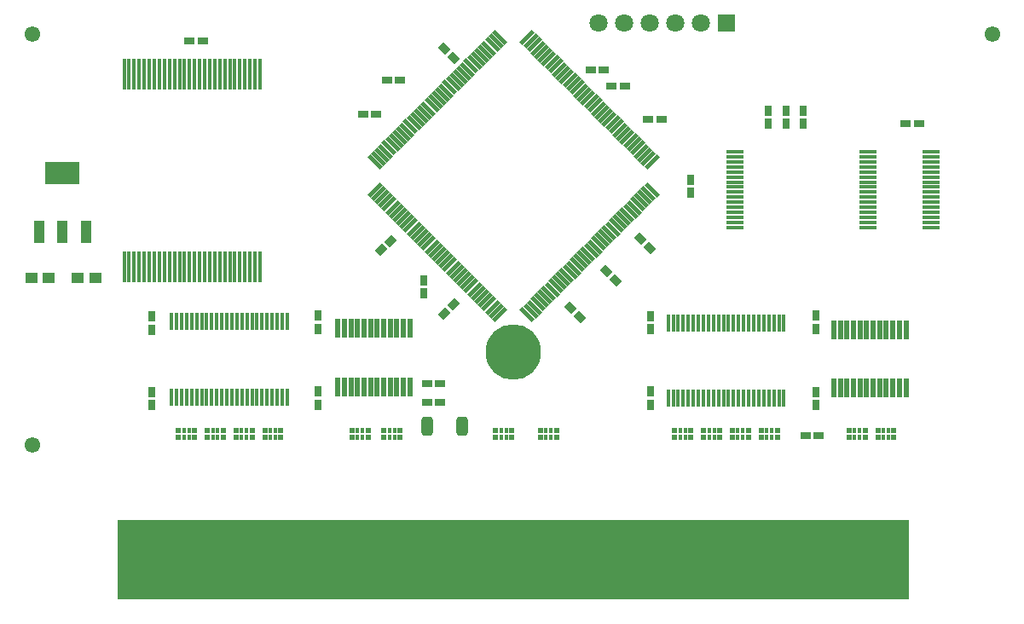
<source format=gbr>
G04 DipTrace 4.0.0.5*
G04 TopMask.gbr*
%MOIN*%
G04 #@! TF.FileFunction,Soldermask,Top*
G04 #@! TF.Part,Single*
%AMOUTLINE1*
4,1,4,
0.025055,-0.002784,
0.002784,-0.025055,
-0.025055,0.002784,
-0.002784,0.025055,
0.025055,-0.002784,
0*%
%AMOUTLINE4*
4,1,4,
0.002784,0.025055,
0.025055,0.002784,
-0.002784,-0.025055,
-0.025055,-0.002784,
0.002784,0.025055,
0*%
%AMOUTLINE7*
4,1,4,
-0.025055,0.002784,
-0.002784,0.025055,
0.025055,-0.002784,
0.002784,-0.025055,
-0.025055,0.002784,
0*%
%AMOUTLINE10*
4,1,28,
-0.010365,0.03622,
0.010365,0.03622,
0.013298,0.035834,
0.01615,0.034653,
0.0186,0.032773,
0.02048,0.030323,
0.021661,0.027471,
0.022047,0.024538,
0.022047,-0.024538,
0.021661,-0.027471,
0.02048,-0.030323,
0.0186,-0.032773,
0.01615,-0.034653,
0.013298,-0.035834,
0.010365,-0.03622,
-0.010365,-0.03622,
-0.013298,-0.035834,
-0.01615,-0.034653,
-0.0186,-0.032773,
-0.02048,-0.030323,
-0.021661,-0.027471,
-0.022047,-0.024538,
-0.022047,0.024538,
-0.021661,0.027471,
-0.02048,0.030323,
-0.0186,0.032773,
-0.01615,0.034653,
-0.013298,0.035834,
-0.010365,0.03622,
0*%
%AMOUTLINE13*
4,1,28,
0.010365,-0.03622,
-0.010365,-0.03622,
-0.013298,-0.035834,
-0.01615,-0.034653,
-0.0186,-0.032773,
-0.02048,-0.030323,
-0.021661,-0.027471,
-0.022047,-0.024538,
-0.022047,0.024538,
-0.021661,0.027471,
-0.02048,0.030323,
-0.0186,0.032773,
-0.01615,0.034653,
-0.013298,0.035834,
-0.010365,0.03622,
0.010365,0.03622,
0.013298,0.035834,
0.01615,0.034653,
0.0186,0.032773,
0.02048,0.030323,
0.021661,0.027471,
0.022047,0.024538,
0.022047,-0.024538,
0.021661,-0.027471,
0.02048,-0.030323,
0.0186,-0.032773,
0.01615,-0.034653,
0.013298,-0.035834,
0.010365,-0.03622,
0*%
%AMOUTLINE16*
4,1,4,
0.018095,0.029231,
0.029231,0.018095,
-0.018095,-0.029231,
-0.029231,-0.018095,
0.018095,0.029231,
0*%
%AMOUTLINE19*
4,1,4,
0.029231,-0.018095,
0.018095,-0.029231,
-0.029231,0.018095,
-0.018095,0.029231,
0.029231,-0.018095,
0*%
%ADD22C,0.045354*%
%ADD23C,0.061102*%
%ADD40C,0.216535*%
%ADD45R,0.019685X0.074803*%
%ADD47R,0.015748X0.066929*%
%ADD49R,0.066929X0.015748*%
%ADD53R,0.015748X0.122047*%
%ADD55R,0.13189X0.088583*%
%ADD57R,0.041339X0.088583*%
%ADD59R,0.015748X0.023622*%
%ADD61R,0.019685X0.023622*%
%ADD63C,0.070866*%
%ADD67R,0.070866X0.070866*%
%ADD73R,0.03937X0.031496*%
%ADD75R,0.031496X0.03937*%
%ADD77R,0.047244X0.043307*%
%ADD85OUTLINE1*%
%ADD88OUTLINE4*%
%ADD91OUTLINE7*%
%ADD94OUTLINE10*%
%ADD97OUTLINE13*%
%ADD100OUTLINE16*%
%ADD103OUTLINE19*%
%FSLAX26Y26*%
G04*
G70*
G90*
G75*
G01*
G04 TopMask*
%LPD*%
D77*
X727165Y1653075D3*
X660236D3*
X545916D3*
X478987D3*
D75*
X949951Y1155213D3*
Y1206394D3*
Y1500937D3*
Y1449756D3*
X1599951Y1156007D3*
Y1207188D3*
Y1503665D3*
Y1452484D3*
X2899950Y1156117D3*
Y1207298D3*
Y1451102D3*
Y1502283D3*
X3543699Y1155125D3*
Y1206306D3*
Y1452484D3*
Y1503665D3*
D73*
X1096318Y2578430D3*
X1147499D3*
X2075542Y1164400D3*
X2024361D3*
X3556791Y1034325D3*
X3505610D3*
D75*
X3495262Y2254047D3*
Y2305228D3*
X3056201Y2034916D3*
Y1983735D3*
D73*
X1825541Y2290575D3*
X1774360D3*
X1919291Y2424950D3*
X1868110D3*
D85*
X2127721Y2512379D3*
X2091531Y2548569D3*
D88*
X1880547Y1796171D3*
X1844356Y1759981D3*
D75*
X2012450Y1641165D3*
Y1589984D3*
D88*
X2127421Y1549296D3*
X2091230Y1513106D3*
D73*
X2664986Y2465576D3*
X2716167D3*
X2746235Y2399950D3*
X2797416D3*
X2889986Y2271825D3*
X2941167D3*
D91*
X2585214Y1535392D3*
X2621405Y1499201D3*
X2725606Y1677421D3*
X2761796Y1641230D3*
X2859981Y1805545D3*
X2896171Y1769355D3*
D73*
X3896890Y2253990D3*
X3948071D3*
D94*
X2024606Y1071825D3*
D97*
X2162795D3*
D23*
X481202Y2606201D3*
D3*
D22*
D3*
D23*
X4234325D3*
D3*
D22*
D3*
D23*
X481199Y996825D3*
D3*
D22*
D3*
D40*
X2362205Y1360310D3*
D67*
X3193701Y2646825D3*
D63*
X3093701D3*
X2993701D3*
X2893701D3*
X2793701D3*
X2693701D3*
D75*
X3358123Y2305228D3*
Y2254047D3*
X3427024D3*
Y2305228D3*
D73*
X2075542Y1239400D3*
X2024361D3*
D61*
X1052992Y1054345D3*
D59*
X1074646D3*
X1094331D3*
D61*
X1115984D3*
X1052992Y1026786D3*
D59*
X1074646D3*
X1094331D3*
D61*
X1115984D3*
X1165472Y1054345D3*
D59*
X1187126D3*
X1206811D3*
D61*
X1228465D3*
X1165472Y1026786D3*
D59*
X1187126D3*
X1206811D3*
D61*
X1228465D3*
X1277992Y1054345D3*
D59*
X1299646D3*
X1319331D3*
D61*
X1340984D3*
X1277992Y1026786D3*
D59*
X1299646D3*
X1319331D3*
D61*
X1340984D3*
X1390472Y1054345D3*
D59*
X1412126D3*
X1431811D3*
D61*
X1453465D3*
X1390472Y1026786D3*
D59*
X1412126D3*
X1431811D3*
D61*
X1453465D3*
X1730945Y1054345D3*
D59*
X1752598D3*
X1772283D3*
D61*
X1793937D3*
X1730945Y1026786D3*
D59*
X1752598D3*
X1772283D3*
D61*
X1793937D3*
X1855945Y1054345D3*
D59*
X1877598D3*
X1897283D3*
D61*
X1918937D3*
X1855945Y1026786D3*
D59*
X1877598D3*
X1897283D3*
D61*
X1918937D3*
X2993465Y1054345D3*
D59*
X3015118D3*
X3034803D3*
D61*
X3056457D3*
X2993465Y1026786D3*
D59*
X3015118D3*
X3034803D3*
D61*
X3056457D3*
X3105954Y1054356D3*
D59*
X3127608D3*
X3147293D3*
D61*
X3168946D3*
X3105954Y1026797D3*
D59*
X3127608D3*
X3147293D3*
D61*
X3168946D3*
X3218454Y1054354D3*
D59*
X3240108D3*
X3259793D3*
D61*
X3281446D3*
X3218454Y1026795D3*
D59*
X3240108D3*
X3259793D3*
D61*
X3281446D3*
X3330955Y1054356D3*
D59*
X3352609D3*
X3372294D3*
D61*
X3393948D3*
X3330955Y1026797D3*
D59*
X3352609D3*
X3372294D3*
D61*
X3393948D3*
X3674706Y1054354D3*
D59*
X3696360D3*
X3716045D3*
D61*
X3737698D3*
X3674706Y1026795D3*
D59*
X3696360D3*
X3716045D3*
D61*
X3737698D3*
X3787205Y1054354D3*
D59*
X3808858D3*
X3828543D3*
D61*
X3850197D3*
X3787205Y1026795D3*
D59*
X3808858D3*
X3828543D3*
D61*
X3850197D3*
X2356457Y1026786D3*
D59*
X2334803D3*
X2315118D3*
D61*
X2293465D3*
X2356457Y1054345D3*
D59*
X2334803D3*
X2315118D3*
D61*
X2293465D3*
X2531457Y1026786D3*
D59*
X2509803D3*
X2490118D3*
D61*
X2468465D3*
X2531457Y1054345D3*
D59*
X2509803D3*
X2490118D3*
D61*
X2468465D3*
D100*
X2903917Y2104236D3*
X2889998Y2118155D3*
X2876078Y2132075D3*
X2862159Y2145994D3*
X2848239Y2159914D3*
X2834320Y2173833D3*
X2820401Y2187752D3*
X2806481Y2201672D3*
X2792562Y2215591D3*
X2778642Y2229511D3*
X2764723Y2243430D3*
X2750803Y2257350D3*
X2736884Y2271269D3*
X2722965Y2285188D3*
X2709045Y2299108D3*
X2695126Y2313027D3*
X2681206Y2326947D3*
X2667287Y2340866D3*
X2653367Y2354786D3*
X2639448Y2368705D3*
X2625529Y2382624D3*
X2611609Y2396544D3*
X2597690Y2410463D3*
X2583770Y2424383D3*
X2569851Y2438302D3*
X2555931Y2452222D3*
X2542012Y2466141D3*
X2528093Y2480060D3*
X2514173Y2493980D3*
X2500254Y2507899D3*
X2486334Y2521819D3*
X2472415Y2535738D3*
X2458495Y2549657D3*
X2444576Y2563577D3*
X2430657Y2577496D3*
X2416737Y2591416D3*
D103*
X2308166D3*
X2294246Y2577496D3*
X2280327Y2563577D3*
X2266407Y2549657D3*
X2252488Y2535738D3*
X2238569Y2521819D3*
X2224649Y2507899D3*
X2210730Y2493980D3*
X2196810Y2480060D3*
X2182891Y2466141D3*
X2168971Y2452222D3*
X2155052Y2438302D3*
X2141133Y2424383D3*
X2127213Y2410463D3*
X2113294Y2396544D3*
X2099374Y2382624D3*
X2085455Y2368705D3*
X2071535Y2354786D3*
X2057616Y2340866D3*
X2043697Y2326947D3*
X2029777Y2313027D3*
X2015858Y2299108D3*
X2001938Y2285188D3*
X1988019Y2271269D3*
X1974099Y2257350D3*
X1960180Y2243430D3*
X1946261Y2229511D3*
X1932341Y2215591D3*
X1918422Y2201672D3*
X1904502Y2187752D3*
X1890583Y2173833D3*
X1876664Y2159914D3*
X1862744Y2145994D3*
X1848825Y2132075D3*
X1834905Y2118155D3*
X1820986Y2104236D3*
D100*
Y1995664D3*
X1834905Y1981745D3*
X1848825Y1967826D3*
X1862744Y1953906D3*
X1876664Y1939987D3*
X1890583Y1926067D3*
X1904502Y1912148D3*
X1918422Y1898228D3*
X1932341Y1884309D3*
X1946261Y1870390D3*
X1960180Y1856470D3*
X1974099Y1842551D3*
X1988019Y1828631D3*
X2001938Y1814712D3*
X2015858Y1800792D3*
X2029777Y1786873D3*
X2043697Y1772954D3*
X2057616Y1759034D3*
X2071535Y1745115D3*
X2085455Y1731195D3*
X2099374Y1717276D3*
X2113294Y1703356D3*
X2127213Y1689437D3*
X2141133Y1675518D3*
X2155052Y1661598D3*
X2168971Y1647679D3*
X2182891Y1633759D3*
X2196810Y1619840D3*
X2210730Y1605920D3*
X2224649Y1592001D3*
X2238569Y1578082D3*
X2252488Y1564162D3*
X2266407Y1550243D3*
X2280327Y1536323D3*
X2294246Y1522404D3*
X2308166Y1508485D3*
D103*
X2416737D3*
X2430657Y1522404D3*
X2444576Y1536323D3*
X2458495Y1550243D3*
X2472415Y1564162D3*
X2486334Y1578082D3*
X2500254Y1592001D3*
X2514173Y1605920D3*
X2528093Y1619840D3*
X2542012Y1633759D3*
X2555931Y1647679D3*
X2569851Y1661598D3*
X2583770Y1675518D3*
X2597690Y1689437D3*
X2611609Y1703356D3*
X2625529Y1717276D3*
X2639448Y1731195D3*
X2653367Y1745115D3*
X2667287Y1759034D3*
X2681206Y1772954D3*
X2695126Y1786873D3*
X2709045Y1800792D3*
X2722965Y1814712D3*
X2736884Y1828631D3*
X2750803Y1842551D3*
X2764723Y1856470D3*
X2778642Y1870390D3*
X2792562Y1884309D3*
X2806481Y1898228D3*
X2820401Y1912148D3*
X2834320Y1926067D3*
X2848239Y1939987D3*
X2862159Y1953906D3*
X2876078Y1967826D3*
X2889998Y1981745D3*
X2903917Y1995664D3*
D57*
X509400Y1832652D3*
X599951D3*
X690503D3*
D55*
X599951Y2060999D3*
D53*
X840453Y1693873D3*
X860138D3*
X879823D3*
X899508D3*
X919193D3*
X938878D3*
X958563D3*
X978248D3*
X997933D3*
X1017618D3*
X1037303D3*
X1056988D3*
X1076673D3*
X1096358D3*
X1116043D3*
X1135728D3*
X1155413D3*
X1175098D3*
X1194783D3*
X1214469D3*
X1234154D3*
X1253839D3*
X1273524D3*
X1293209D3*
X1312894D3*
X1332579D3*
X1352264D3*
X1371949D3*
Y2449778D3*
X1352264D3*
X1332579D3*
X1312894D3*
X1293209D3*
X1273524D3*
X1253839D3*
X1234154D3*
X1214469D3*
X1194783D3*
X1175098D3*
X1155413D3*
X1135728D3*
X1116043D3*
X1096358D3*
X1076673D3*
X1056988D3*
X1037303D3*
X1017618D3*
X997933D3*
X978248D3*
X958563D3*
X938878D3*
X919193D3*
X899508D3*
X879823D3*
X860138D3*
X840453D3*
D49*
X3229136Y2144336D3*
Y2124651D3*
Y2104966D3*
Y2085281D3*
Y2065596D3*
Y2045911D3*
Y2026226D3*
Y2006541D3*
Y1986856D3*
Y1967171D3*
Y1947486D3*
Y1927801D3*
Y1908115D3*
Y1888430D3*
Y1868745D3*
Y1849060D3*
X3748822D3*
Y1868745D3*
Y1888430D3*
Y1908115D3*
Y1927801D3*
Y1947486D3*
Y1967171D3*
Y1986856D3*
Y2006541D3*
Y2026226D3*
Y2045911D3*
Y2065596D3*
Y2085281D3*
Y2104966D3*
Y2124651D3*
Y2144336D3*
X3994885Y1849060D3*
Y1868745D3*
Y1888430D3*
Y1908115D3*
Y1927801D3*
Y1947486D3*
Y1967171D3*
Y1986856D3*
Y2006541D3*
Y2026226D3*
Y2045911D3*
Y2065596D3*
Y2085281D3*
Y2104966D3*
Y2124651D3*
Y2144336D3*
D47*
X1025556Y1184903D3*
X1045241D3*
X1064927D3*
X1084612D3*
X1104297D3*
X1123982D3*
X1143667D3*
X1163352D3*
X1183037D3*
X1202722D3*
X1222407D3*
X1242092D3*
X1261777D3*
X1281462D3*
X1301147D3*
X1320832D3*
X1340517D3*
X1360202D3*
X1379887D3*
X1399572D3*
X1419257D3*
X1438942D3*
X1458627D3*
X1478312D3*
Y1480178D3*
X1458627D3*
X1438942D3*
X1419257D3*
X1399572D3*
X1379887D3*
X1360202D3*
X1340517D3*
X1320832D3*
X1301147D3*
X1281462D3*
X1261777D3*
X1242092D3*
X1222407D3*
X1202722D3*
X1183037D3*
X1163352D3*
X1143667D3*
X1123982D3*
X1104297D3*
X1084612D3*
X1064927D3*
X1045241D3*
X1025556D3*
X2967323Y1180438D3*
X2987008D3*
X3006693D3*
X3026378D3*
X3046063D3*
X3065748D3*
X3085433D3*
X3105118D3*
X3124803D3*
X3144488D3*
X3164173D3*
X3183858D3*
X3203543D3*
X3223228D3*
X3242913D3*
X3262598D3*
X3282283D3*
X3301969D3*
X3321654D3*
X3341339D3*
X3361024D3*
X3380709D3*
X3400394D3*
X3420079D3*
Y1475714D3*
X3400394D3*
X3380709D3*
X3361024D3*
X3341339D3*
X3321654D3*
X3301969D3*
X3282283D3*
X3262598D3*
X3242913D3*
X3223228D3*
X3203543D3*
X3183858D3*
X3164173D3*
X3144488D3*
X3124803D3*
X3105118D3*
X3085433D3*
X3065748D3*
X3046063D3*
X3026378D3*
X3006693D3*
X2987008D3*
X2967323D3*
D45*
X1676050Y1225556D3*
X1701640D3*
X1727231D3*
X1752822D3*
X1778412D3*
X1804003D3*
X1829593D3*
X1855184D3*
X1880774D3*
X1906365D3*
X1931955D3*
X1957546D3*
Y1453911D3*
X1931955Y1453903D3*
X1906365D3*
X1880774D3*
X1855184D3*
X1829593D3*
X1804003D3*
X1778412D3*
X1752822D3*
X1727231D3*
X1701640D3*
X1676050D3*
X3615453Y1220148D3*
X3641043D3*
X3666634D3*
X3692224D3*
X3717815D3*
X3743406D3*
X3768996D3*
X3794587D3*
X3820177D3*
X3845768D3*
X3871358D3*
X3896949D3*
Y1448503D3*
X3871358Y1448495D3*
X3845768D3*
X3820177D3*
X3794587D3*
X3768996D3*
X3743406D3*
X3717815D3*
X3692224D3*
X3666634D3*
X3641043D3*
X3615453D3*
G36*
X815576Y706201D2*
X3909325D1*
Y393701D1*
X815576D1*
Y706201D1*
G37*
M02*

</source>
